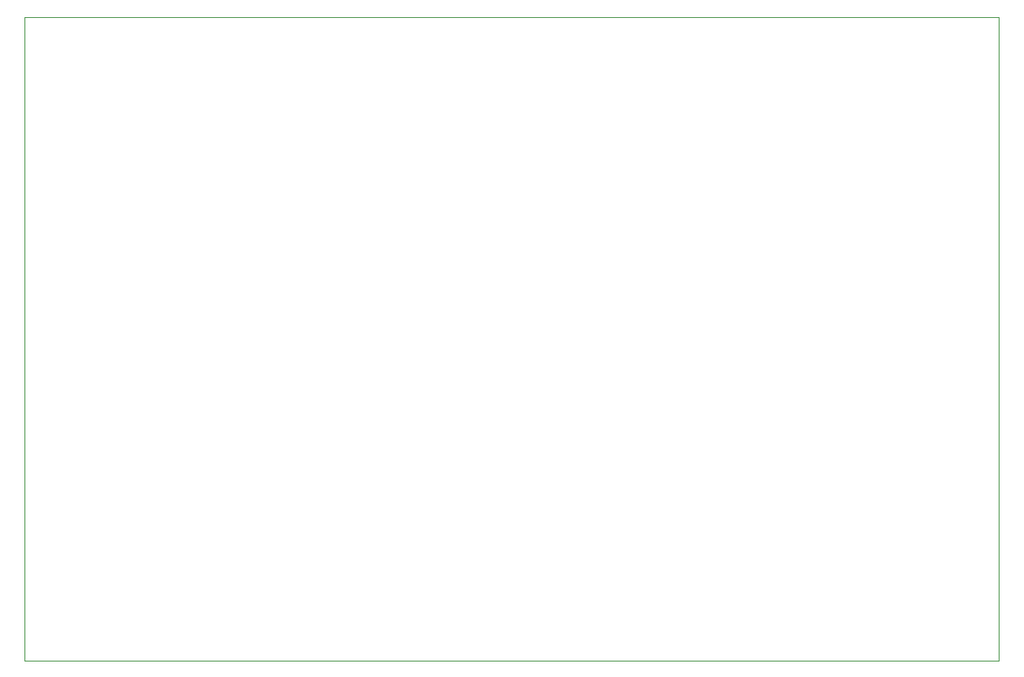
<source format=gbr>
%TF.GenerationSoftware,KiCad,Pcbnew,(5.1.10-1-10_14)*%
%TF.CreationDate,2021-07-31T23:03:57-04:00*%
%TF.ProjectId,DISPLAY,44495350-4c41-4592-9e6b-696361645f70,rev?*%
%TF.SameCoordinates,Original*%
%TF.FileFunction,Profile,NP*%
%FSLAX46Y46*%
G04 Gerber Fmt 4.6, Leading zero omitted, Abs format (unit mm)*
G04 Created by KiCad (PCBNEW (5.1.10-1-10_14)) date 2021-07-31 23:03:57*
%MOMM*%
%LPD*%
G01*
G04 APERTURE LIST*
%TA.AperFunction,Profile*%
%ADD10C,0.100000*%
%TD*%
G04 APERTURE END LIST*
D10*
X184404000Y-7620000D02*
X183134000Y-7620000D01*
X184404000Y-74422000D02*
X83312000Y-74422000D01*
X184404000Y-7620000D02*
X184404000Y-74422000D01*
X83312000Y-7620000D02*
X183134000Y-7620000D01*
X83312000Y-8128000D02*
X83312000Y-7620000D01*
X83312000Y-74422000D02*
X83312000Y-8128000D01*
M02*

</source>
